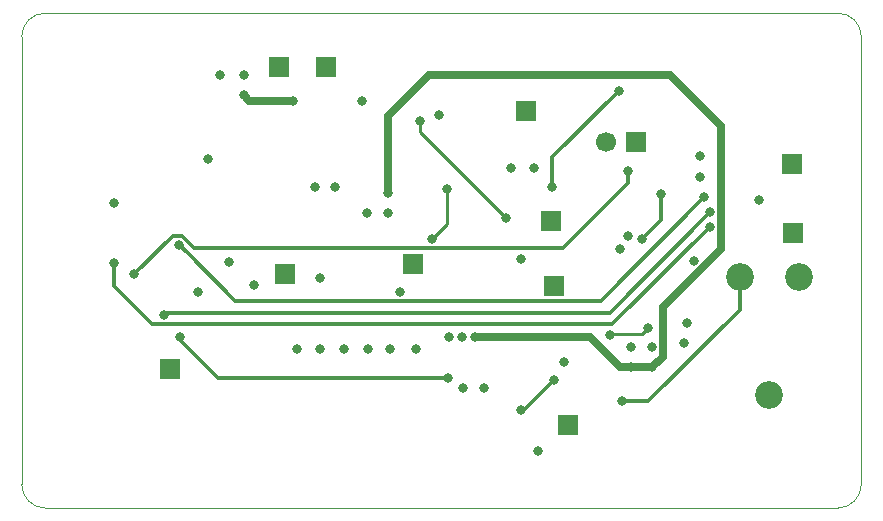
<source format=gbr>
%TF.GenerationSoftware,KiCad,Pcbnew,9.0.4*%
%TF.CreationDate,2025-12-09T22:33:46-05:00*%
%TF.ProjectId,EMG_BCI_PCB,454d475f-4243-4495-9f50-43422e6b6963,rev?*%
%TF.SameCoordinates,Original*%
%TF.FileFunction,Copper,L4,Bot*%
%TF.FilePolarity,Positive*%
%FSLAX46Y46*%
G04 Gerber Fmt 4.6, Leading zero omitted, Abs format (unit mm)*
G04 Created by KiCad (PCBNEW 9.0.4) date 2025-12-09 22:33:46*
%MOMM*%
%LPD*%
G01*
G04 APERTURE LIST*
%TA.AperFunction,ComponentPad*%
%ADD10R,1.700000X1.700000*%
%TD*%
%TA.AperFunction,ComponentPad*%
%ADD11C,1.700000*%
%TD*%
%TA.AperFunction,ComponentPad*%
%ADD12C,2.340000*%
%TD*%
%TA.AperFunction,ViaPad*%
%ADD13C,0.800000*%
%TD*%
%TA.AperFunction,Conductor*%
%ADD14C,0.300000*%
%TD*%
%TA.AperFunction,Conductor*%
%ADD15C,0.250000*%
%TD*%
%TA.AperFunction,Conductor*%
%ADD16C,0.700000*%
%TD*%
%TA.AperFunction,Profile*%
%ADD17C,0.100000*%
%TD*%
G04 APERTURE END LIST*
D10*
%TO.P,TP8,1,1*%
%TO.N,Earth*%
X123350000Y-101650000D03*
%TD*%
%TO.P,TP6,1,1*%
%TO.N,Net-(U5-PWRGD)*%
X112500000Y-102500000D03*
%TD*%
%TO.P,TP3,1,1*%
%TO.N,Net-(U3C-+)*%
X136500000Y-115250000D03*
%TD*%
%TO.P,TP1,1,1*%
%TO.N,/EMG_FrontEnd/LP_OUT*%
X135250000Y-103500000D03*
%TD*%
%TO.P,TP2,1,1*%
%TO.N,Net-(R1-Pad2)*%
X135000000Y-98000000D03*
%TD*%
%TO.P,J2,1,Pin_1*%
%TO.N,/EMG_ADC/AdcCh1*%
X142250000Y-91275000D03*
D11*
%TO.P,J2,2,Pin_2*%
%TO.N,/EMG_ADC/AdcCh0*%
X139710000Y-91275000D03*
%TD*%
D10*
%TO.P,TP10,1,1*%
%TO.N,Earth*%
X155400000Y-93200000D03*
%TD*%
%TO.P,TP9,1,1*%
%TO.N,Earth*%
X132900000Y-88700000D03*
%TD*%
%TO.P,TP4,1,1*%
%TO.N,Net-(R17-Pad2)*%
X155500000Y-99000000D03*
%TD*%
%TO.P,TP5,1,1*%
%TO.N,Net-(C9-Pad2)*%
X112000000Y-85000000D03*
%TD*%
%TO.P,TP7,1,1*%
%TO.N,Earth*%
X116000000Y-85000000D03*
%TD*%
D12*
%TO.P,RV1,1,1*%
%TO.N,Net-(R17-Pad2)*%
X151000000Y-102750000D03*
%TO.P,RV1,2,2*%
%TO.N,Net-(U3C--)*%
X153500000Y-112750000D03*
%TO.P,RV1,3,3*%
%TO.N,unconnected-(RV1-Pad3)*%
X156000000Y-102750000D03*
%TD*%
D10*
%TO.P,TP11,1,1*%
%TO.N,Earth*%
X102750000Y-110500000D03*
%TD*%
D13*
%TO.N,Net-(U3D--)*%
X143200000Y-107100000D03*
X140000000Y-107650000D03*
%TO.N,Earth*%
X146512500Y-106600000D03*
X133912500Y-117500000D03*
X109900000Y-103400000D03*
X123600000Y-108800000D03*
X121218750Y-97362500D03*
X107750000Y-101500000D03*
X147612500Y-94250000D03*
X141500000Y-99250000D03*
X113500000Y-108800000D03*
%TO.N,Net-(U3D-+)*%
X136100000Y-109900000D03*
%TO.N,Earth*%
X131612500Y-93537500D03*
X147612500Y-92500000D03*
X115000000Y-95137500D03*
X127556250Y-112168750D03*
X125556250Y-89000000D03*
X141806250Y-108693750D03*
X140862500Y-100387500D03*
X115500000Y-108800000D03*
X133612500Y-93537500D03*
X129306250Y-112168750D03*
X107000000Y-85637500D03*
X109000000Y-85637500D03*
X106000000Y-92750000D03*
X122200000Y-104000000D03*
X105137500Y-104000000D03*
X119468750Y-97362500D03*
X143556250Y-108693750D03*
X132500000Y-101200000D03*
X121400000Y-108800000D03*
X119000000Y-87837500D03*
X98000000Y-96500000D03*
X116750000Y-95137500D03*
X119500000Y-108800000D03*
X152612500Y-96250000D03*
X117500000Y-108800000D03*
X115500000Y-102862500D03*
X146250000Y-108337500D03*
X147112500Y-101387500D03*
%TO.N,+3.3V*%
X135100000Y-95100000D03*
X103600000Y-107800000D03*
X142700000Y-99500000D03*
X126300000Y-111300000D03*
X140738500Y-86961500D03*
X113200000Y-87800000D03*
X109000000Y-87362500D03*
X144300000Y-95700000D03*
%TO.N,Net-(U2A-+)*%
X131218750Y-97750000D03*
X123968750Y-89500000D03*
%TO.N,-3V3*%
X128600000Y-107800000D03*
X141800000Y-110400000D03*
X143600000Y-110400000D03*
X127500000Y-107800000D03*
X121218750Y-95637500D03*
X126400000Y-107800000D03*
%TO.N,/SPI_CLK*%
X103500000Y-100000000D03*
X148000000Y-96000000D03*
%TO.N,/SPI_CS*%
X141500000Y-93800000D03*
X99750000Y-102500000D03*
%TO.N,/SPI_DOUT*%
X102250000Y-106000000D03*
X148500000Y-97250000D03*
%TO.N,/SPI_DIN*%
X148469669Y-98469669D03*
X98000000Y-101580000D03*
%TO.N,Net-(U2C-+)*%
X124968750Y-99500000D03*
X126218750Y-95250000D03*
%TO.N,Net-(U3C-+)*%
X132500000Y-114000000D03*
X135250000Y-111500000D03*
%TO.N,Net-(R17-Pad2)*%
X141000000Y-113250000D03*
%TD*%
D14*
%TO.N,/SPI_CS*%
X103001000Y-99249000D02*
X99750000Y-102500000D01*
X103811075Y-99249000D02*
X103001000Y-99249000D01*
X104813075Y-100251000D02*
X103811075Y-99249000D01*
X141500000Y-94750000D02*
X135999000Y-100251000D01*
X141500000Y-93800000D02*
X141500000Y-94750000D01*
X135999000Y-100251000D02*
X104813075Y-100251000D01*
D15*
%TO.N,Net-(U3D--)*%
X140050000Y-107600000D02*
X140000000Y-107650000D01*
X142700000Y-107600000D02*
X140050000Y-107600000D01*
X143200000Y-107100000D02*
X142700000Y-107600000D01*
D14*
%TO.N,+3.3V*%
X106800000Y-111300000D02*
X103600000Y-108100000D01*
X135100000Y-95100000D02*
X135100000Y-92600000D01*
D16*
X113200000Y-87800000D02*
X109437500Y-87800000D01*
D14*
X126300000Y-111300000D02*
X106800000Y-111300000D01*
X142700000Y-99500000D02*
X144300000Y-97900000D01*
D16*
X109437500Y-87800000D02*
X109000000Y-87362500D01*
D14*
X135100000Y-92600000D02*
X140738500Y-86961500D01*
X144300000Y-97900000D02*
X144300000Y-95700000D01*
X103600000Y-108100000D02*
X103600000Y-107800000D01*
D15*
%TO.N,Net-(U2A-+)*%
X131218750Y-97750000D02*
X123968750Y-90500000D01*
X123968750Y-90500000D02*
X123968750Y-89500000D01*
D16*
%TO.N,-3V3*%
X145100000Y-85600000D02*
X124700000Y-85600000D01*
X141800000Y-110400000D02*
X143600000Y-110400000D01*
X144522459Y-105322459D02*
X149451000Y-100393918D01*
X124700000Y-85600000D02*
X121218750Y-89081250D01*
X128600000Y-107800000D02*
X138300000Y-107800000D01*
X140900000Y-110400000D02*
X141800000Y-110400000D01*
X144522459Y-109477541D02*
X144522459Y-105322459D01*
X138300000Y-107800000D02*
X140900000Y-110400000D01*
X149451000Y-100393918D02*
X149451000Y-89951000D01*
X121218750Y-89081250D02*
X121218750Y-95637500D01*
X149451000Y-89951000D02*
X145100000Y-85600000D01*
X143600000Y-110400000D02*
X144522459Y-109477541D01*
D14*
%TO.N,/SPI_CLK*%
X148000000Y-96000000D02*
X139250000Y-104750000D01*
X104250000Y-100750000D02*
X103500000Y-100000000D01*
X108250000Y-104750000D02*
X104250000Y-100750000D01*
X139250000Y-104750000D02*
X108250000Y-104750000D01*
%TO.N,/SPI_DOUT*%
X148500000Y-97250000D02*
X140000000Y-105750000D01*
X137750000Y-105750000D02*
X102500000Y-105750000D01*
X140000000Y-105750000D02*
X137750000Y-105750000D01*
X102500000Y-105750000D02*
X102250000Y-106000000D01*
%TO.N,/SPI_DIN*%
X98000000Y-103500000D02*
X98000000Y-101580000D01*
X140188338Y-106751000D02*
X101251000Y-106751000D01*
X148469669Y-98469669D02*
X140188338Y-106751000D01*
X101251000Y-106751000D02*
X98000000Y-103500000D01*
D15*
%TO.N,Net-(U2C-+)*%
X126218750Y-98250000D02*
X124968750Y-99500000D01*
X126218750Y-98000000D02*
X126218750Y-98250000D01*
X126218750Y-95250000D02*
X126218750Y-98000000D01*
D14*
%TO.N,Net-(U3C-+)*%
X135250000Y-111500000D02*
X132750000Y-114000000D01*
X132750000Y-114000000D02*
X132500000Y-114000000D01*
%TO.N,Net-(R17-Pad2)*%
X151000000Y-102750000D02*
X151000000Y-105500000D01*
X151000000Y-105500000D02*
X143250000Y-113250000D01*
X143250000Y-113250000D02*
X141000000Y-113250000D01*
%TD*%
D17*
X161300000Y-120300000D02*
G75*
G02*
X159300000Y-122300000I-2000000J0D01*
G01*
X92200000Y-122300000D02*
G75*
G02*
X90200000Y-120300000I0J2000000D01*
G01*
X159300000Y-80400000D02*
G75*
G02*
X161300000Y-82400000I0J-2000000D01*
G01*
X90200000Y-82400000D02*
G75*
G02*
X92200000Y-80400000I2000000J0D01*
G01*
X161300000Y-82400000D02*
X161300000Y-120300000D01*
X90200000Y-120300000D02*
X90200000Y-82400000D01*
X159300000Y-122300000D02*
X92200000Y-122300000D01*
X92200000Y-80400000D02*
X159300000Y-80400000D01*
M02*

</source>
